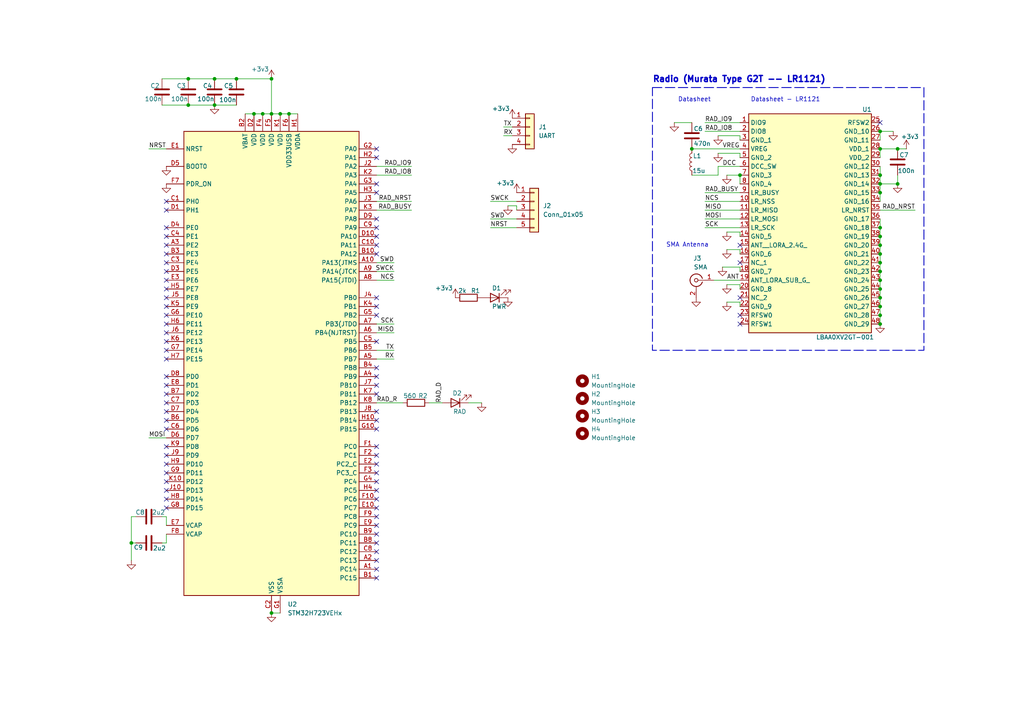
<source format=kicad_sch>
(kicad_sch (version 20250114) (generator "eeschema") (generator_version "9.0")
  (paper "A4")
  (lib_symbols
    (symbol "Connector:Conn_Coaxial" (pin_names (offset 1.016) (hide yes))
      (property "Reference" "J" (at 0.254 3.048 0))
      (property "Value" "Conn_Coaxial" (at 2.921 0 90))
      (symbol "Conn_Coaxial_0_1"
        (polyline (pts (xy -2.54 0) (xy -0.508 0)))
        (arc (start 1.778 0) (mid 0.222 -1.8079) (end -1.778 -0.508) (stroke (width 0.254)))
        (arc (start -1.778 0.508) (mid 0.2221 1.8084) (end 1.778 0) (stroke (width 0.254)))
        (circle (center 0 0) (radius 0.508) (stroke (width 0.2032)))
        (polyline (pts (xy 0 -2.54) (xy 0 -1.778)))
      )
      (symbol "Conn_Coaxial_1_1"
        (pin passive line (at -5.08 0 0) (length 2.54) (name "In") (number "1"))
        (pin passive line (at 0 -5.08 90) (length 2.54) (name "Ext") (number "2"))
      )
    )
    (symbol "Connector_Generic:Conn_01x04" (pin_names (offset 1.016) (hide yes))
      (property "Reference" "J" (at 0 5.08 0))
      (property "Value" "Conn_01x04" (at 0 -7.62 0))
      (symbol "Conn_01x04_1_1"
        (rectangle (start -1.27 3.81) (end 1.27 -6.35) (stroke (width 0.254)) (fill (type background)))
        (rectangle (start -1.27 2.667) (end 0 2.413) (stroke (width 0.1524)))
        (rectangle (start -1.27 0.127) (end 0 -0.127) (stroke (width 0.1524)))
        (rectangle (start -1.27 -2.413) (end 0 -2.667) (stroke (width 0.1524)))
        (rectangle (start -1.27 -4.953) (end 0 -5.207) (stroke (width 0.1524)))
        (pin passive line (at -5.08 2.54 0) (length 3.81) (name "Pin_1") (number "1"))
        (pin passive line (at -5.08 0 0) (length 3.81) (name "Pin_2") (number "2"))
        (pin passive line (at -5.08 -2.54 0) (length 3.81) (name "Pin_3") (number "3"))
        (pin passive line (at -5.08 -5.08 0) (length 3.81) (name "Pin_4") (number "4"))
      )
    )
    (symbol "Connector_Generic:Conn_01x05" (pin_names (offset 1.016) (hide yes))
      (property "Reference" "J" (at 0 7.62 0))
      (property "Value" "Conn_01x05" (at 0 -7.62 0))
      (symbol "Conn_01x05_1_1"
        (rectangle (start -1.27 6.35) (end 1.27 -6.35) (stroke (width 0.254)) (fill (type background)))
        (rectangle (start -1.27 5.207) (end 0 4.953) (stroke (width 0.1524)))
        (rectangle (start -1.27 2.667) (end 0 2.413) (stroke (width 0.1524)))
        (rectangle (start -1.27 0.127) (end 0 -0.127) (stroke (width 0.1524)))
        (rectangle (start -1.27 -2.413) (end 0 -2.667) (stroke (width 0.1524)))
        (rectangle (start -1.27 -4.953) (end 0 -5.207) (stroke (width 0.1524)))
        (pin passive line (at -5.08 5.08 0) (length 3.81) (name "Pin_1") (number "1"))
        (pin passive line (at -5.08 2.54 0) (length 3.81) (name "Pin_2") (number "2"))
        (pin passive line (at -5.08 0 0) (length 3.81) (name "Pin_3") (number "3"))
        (pin passive line (at -5.08 -2.54 0) (length 3.81) (name "Pin_4") (number "4"))
        (pin passive line (at -5.08 -5.08 0) (length 3.81) (name "Pin_5") (number "5"))
      )
    )
    (symbol "Device:C" (pin_numbers (hide yes)) (pin_names (offset 0.254))
      (property "Reference" "C" (at 0.635 2.54 0))
      (property "Value" "C" (at 0.635 -2.54 0))
      (symbol "C_0_1"
        (polyline (pts (xy -2.032 0.762) (xy 2.032 0.762)) (stroke (width 0.508)))
        (polyline (pts (xy -2.032 -0.762) (xy 2.032 -0.762)) (stroke (width 0.508)))
      )
      (symbol "C_1_1"
        (pin passive line (at 0 3.81 270) (length 2.794) (name "~") (number "1"))
        (pin passive line (at 0 -3.81 90) (length 2.794) (name "~") (number "2"))
      )
    )
    (symbol "Device:L" (pin_numbers (hide yes)) (pin_names (offset 1.016) (hide yes))
      (property "Reference" "L" (at -1.27 0 90))
      (property "Value" "L" (at 1.905 0 90))
      (symbol "L_0_1"
        (arc (start 0 2.54) (mid 0.6323 1.905) (end 0 1.27))
        (arc (start 0 1.27) (mid 0.6323 0.635) (end 0 0))
        (arc (start 0 0) (mid 0.6323 -0.635) (end 0 -1.27))
        (arc (start 0 -1.27) (mid 0.6323 -1.905) (end 0 -2.54))
      )
      (symbol "L_1_1"
        (pin passive line (at 0 3.81 270) (length 1.27) (name "1") (number "1"))
        (pin passive line (at 0 -3.81 90) (length 1.27) (name "2") (number "2"))
      )
    )
    (symbol "Device:LED" (pin_numbers (hide yes)) (pin_names (offset 1.016) (hide yes))
      (property "Reference" "D" (at 0 2.54 0))
      (property "Value" "LED" (at 0 -2.54 0))
      (symbol "LED_0_1"
        (polyline (pts (xy -3.048 -0.762) (xy -4.572 -2.286) (xy -3.81 -2.286) (xy -4.572 -2.286) (xy -4.572 -1.524)))
        (polyline (pts (xy -1.778 -0.762) (xy -3.302 -2.286) (xy -2.54 -2.286) (xy -3.302 -2.286) (xy -3.302 -1.524)))
        (polyline (pts (xy -1.27 0) (xy 1.27 0)))
        (polyline (pts (xy -1.27 -1.27) (xy -1.27 1.27)) (stroke (width 0.254)))
        (polyline (pts (xy 1.27 -1.27) (xy 1.27 1.27) (xy -1.27 0) (xy 1.27 -1.27)) (stroke (width 0.254)))
      )
      (symbol "LED_1_1"
        (pin passive line (at -3.81 0 0) (length 2.54) (name "K") (number "1"))
        (pin passive line (at 3.81 0 180) (length 2.54) (name "A") (number "2"))
      )
    )
    (symbol "Device:R" (pin_numbers (hide yes)) (pin_names (offset 0))
      (property "Reference" "R" (at 2.032 0 90))
      (property "Value" "R" (at 0 0 90))
      (symbol "R_0_1"
        (rectangle (start -1.016 -2.54) (end 1.016 2.54) (stroke (width 0.254)))
      )
      (symbol "R_1_1"
        (pin passive line (at 0 3.81 270) (length 1.27) (name "~") (number "1"))
        (pin passive line (at 0 -3.81 90) (length 1.27) (name "~") (number "2"))
      )
    )
    (symbol "LBAA0XV2GT-001:LBAA0XV2GT-001"
      (property "Reference" "U" (at 41.91 7.62 0))
      (property "Value" "LBAA0XV2GT-001" (at 39.37 5.08 0))
      (symbol "LBAA0XV2GT-001_1_1"
        (rectangle (start 5.08 2.54) (end 40.64 -60.96) (stroke (width 0.254)) (fill (type background)))
        (pin passive line (at 2.54 0 0) (length 2.54) (name "DIO9") (number "1"))
        (pin passive line (at 2.54 -2.54 0) (length 2.54) (name "DIO8") (number "2"))
        (pin passive line (at 2.54 -5.08 0) (length 2.54) (name "GND_1") (number "3"))
        (pin passive line (at 2.54 -7.62 0) (length 2.54) (name "VREG") (number "4"))
        (pin passive line (at 2.54 -10.16 0) (length 2.54) (name "GND_2") (number "5"))
        (pin passive line (at 2.54 -12.7 0) (length 2.54) (name "DCC_SW") (number "6"))
        (pin passive line (at 2.54 -15.24 0) (length 2.54) (name "GND_3") (number "7"))
        (pin passive line (at 2.54 -17.78 0) (length 2.54) (name "GND_4") (number "8"))
        (pin passive line (at 2.54 -20.32 0) (length 2.54) (name "LR_BUSY") (number "9"))
        (pin passive line (at 2.54 -22.86 0) (length 2.54) (name "LR_NSS") (number "10"))
        (pin passive line (at 2.54 -25.4 0) (length 2.54) (name "LR_MISO") (number "11"))
        (pin passive line (at 2.54 -27.94 0) (length 2.54) (name "LR_MOSI") (number "12"))
        (pin passive line (at 2.54 -30.48 0) (length 2.54) (name "LR_SCK") (number "13"))
        (pin passive line (at 2.54 -33.02 0) (length 2.54) (name "GND_5") (number "14"))
        (pin passive line (at 2.54 -35.56 0) (length 2.54) (name "ANT__LORA_2.4G_") (number "15"))
        (pin passive line (at 2.54 -38.1 0) (length 2.54) (name "GND_6") (number "16"))
        (pin passive line (at 2.54 -40.64 0) (length 2.54) (name "NC_1") (number "17"))
        (pin passive line (at 2.54 -43.18 0) (length 2.54) (name "GND_7") (number "18"))
        (pin passive line (at 2.54 -45.72 0) (length 2.54) (name "ANT_LORA_SUB_G_") (number "19"))
        (pin passive line (at 2.54 -48.26 0) (length 2.54) (name "GND_8") (number "20"))
        (pin passive line (at 2.54 -50.8 0) (length 2.54) (name "NC_2") (number "21"))
        (pin passive line (at 2.54 -53.34 0) (length 2.54) (name "GND_9") (number "22"))
        (pin passive line (at 2.54 -55.88 0) (length 2.54) (name "RFSW0") (number "23"))
        (pin passive line (at 2.54 -58.42 0) (length 2.54) (name "RFSW1") (number "24"))
        (pin passive line (at 43.18 0 180) (length 2.54) (name "RFSW2") (number "25"))
        (pin passive line (at 43.18 -2.54 180) (length 2.54) (name "GND_10") (number "26"))
        (pin passive line (at 43.18 -5.08 180) (length 2.54) (name "GND_11") (number "27"))
        (pin passive line (at 43.18 -7.62 180) (length 2.54) (name "VDD_1") (number "28"))
        (pin passive line (at 43.18 -10.16 180) (length 2.54) (name "VDD_2") (number "29"))
        (pin passive line (at 43.18 -12.7 180) (length 2.54) (name "GND_12") (number "30"))
        (pin passive line (at 43.18 -15.24 180) (length 2.54) (name "GND_13") (number "31"))
        (pin passive line (at 43.18 -17.78 180) (length 2.54) (name "GND_14") (number "32"))
        (pin passive line (at 43.18 -20.32 180) (length 2.54) (name "GND_15") (number "33"))
        (pin passive line (at 43.18 -22.86 180) (length 2.54) (name "GND_16") (number "34"))
        (pin passive line (at 43.18 -25.4 180) (length 2.54) (name "LR_NRST") (number "35"))
        (pin passive line (at 43.18 -27.94 180) (length 2.54) (name "GND_17") (number "36"))
        (pin passive line (at 43.18 -30.48 180) (length 2.54) (name "GND_18") (number "37"))
        (pin passive line (at 43.18 -33.02 180) (length 2.54) (name "GND_19") (number "38"))
        (pin passive line (at 43.18 -35.56 180) (length 2.54) (name "GND_20") (number "39"))
        (pin passive line (at 43.18 -38.1 180) (length 2.54) (name "GND_21") (number "40"))
        (pin passive line (at 43.18 -40.64 180) (length 2.54) (name "GND_22") (number "41"))
        (pin passive line (at 43.18 -43.18 180) (length 2.54) (name "GND_23") (number "42"))
        (pin passive line (at 43.18 -45.72 180) (length 2.54) (name "GND_24") (number "43"))
        (pin passive line (at 43.18 -48.26 180) (length 2.54) (name "GND_25") (number "44"))
        (pin passive line (at 43.18 -50.8 180) (length 2.54) (name "GND_26") (number "45"))
        (pin passive line (at 43.18 -53.34 180) (length 2.54) (name "GND_27") (number "46"))
        (pin passive line (at 43.18 -55.88 180) (length 2.54) (name "GND_28") (number "47"))
        (pin passive line (at 43.18 -58.42 180) (length 2.54) (name "GND_29") (number "48"))
      )
    )
    (symbol "MCU_ST_STM32H7:STM32H723VEHx"
      (property "Reference" "U" (at -25.4 69.85 0))
      (property "Value" "STM32H723VEHx" (at 10.16 69.85 0))
      (symbol "STM32H723VEHx_0_1"
        (rectangle (start -25.4 -66.04) (end 25.4 68.58) (stroke (width 0.254)) (fill (type background)))
      )
      (symbol "STM32H723VEHx_1_1"
        (pin input line (at -30.48 63.5 0) (length 5.08) (name "NRST") (number "E1"))
        (pin input line (at -30.48 58.42 0) (length 5.08) (name "BOOT0") (number "D5"))
        (pin input line (at -30.48 53.34 0) (length 5.08) (name "PDR_ON") (number "F7"))
        (pin bidirectional line (at -30.48 48.26 0) (length 5.08) (name "PH0") (number "C1"))
        (pin bidirectional line (at -30.48 45.72 0) (length 5.08) (name "PH1") (number "D1"))
        (pin bidirectional line (at -30.48 40.64 0) (length 5.08) (name "PE0") (number "D4"))
        (pin bidirectional line (at -30.48 38.1 0) (length 5.08) (name "PE1") (number "C4"))
        (pin bidirectional line (at -30.48 35.56 0) (length 5.08) (name "PE2") (number "A3"))
        (pin bidirectional line (at -30.48 33.02 0) (length 5.08) (name "PE3") (number "B3"))
        (pin bidirectional line (at -30.48 30.48 0) (length 5.08) (name "PE4") (number "C3"))
        (pin bidirectional line (at -30.48 27.94 0) (length 5.08) (name "PE5") (number "D3"))
        (pin bidirectional line (at -30.48 25.4 0) (length 5.08) (name "PE6") (number "E3"))
        (pin bidirectional line (at -30.48 22.86 0) (length 5.08) (name "PE7") (number "H5"))
        (pin bidirectional line (at -30.48 20.32 0) (length 5.08) (name "PE8") (number "J5"))
        (pin bidirectional line (at -30.48 17.78 0) (length 5.08) (name "PE9") (number "K5"))
        (pin bidirectional line (at -30.48 15.24 0) (length 5.08) (name "PE10") (number "G6"))
        (pin bidirectional line (at -30.48 12.7 0) (length 5.08) (name "PE11") (number "H6"))
        (pin bidirectional line (at -30.48 10.16 0) (length 5.08) (name "PE12") (number "J6"))
        (pin bidirectional line (at -30.48 7.62 0) (length 5.08) (name "PE13") (number "K6"))
        (pin bidirectional line (at -30.48 5.08 0) (length 5.08) (name "PE14") (number "G7"))
        (pin bidirectional line (at -30.48 2.54 0) (length 5.08) (name "PE15") (number "H7"))
        (pin bidirectional line (at -30.48 -2.54 0) (length 5.08) (name "PD0") (number "D8"))
        (pin bidirectional line (at -30.48 -5.08 0) (length 5.08) (name "PD1") (number "E8"))
        (pin bidirectional line (at -30.48 -7.62 0) (length 5.08) (name "PD2") (number "B7"))
        (pin bidirectional line (at -30.48 -10.16 0) (length 5.08) (name "PD3") (number "C7"))
        (pin bidirectional line (at -30.48 -12.7 0) (length 5.08) (name "PD4") (number "D7"))
        (pin bidirectional line (at -30.48 -15.24 0) (length 5.08) (name "PD5") (number "B6"))
        (pin bidirectional line (at -30.48 -17.78 0) (length 5.08) (name "PD6") (number "C6"))
        (pin bidirectional line (at -30.48 -20.32 0) (length 5.08) (name "PD7") (number "D6"))
        (pin bidirectional line (at -30.48 -22.86 0) (length 5.08) (name "PD8") (number "K9"))
        (pin bidirectional line (at -30.48 -25.4 0) (length 5.08) (name "PD9") (number "J9"))
        (pin bidirectional line (at -30.48 -27.94 0) (length 5.08) (name "PD10") (number "H9"))
        (pin bidirectional line (at -30.48 -30.48 0) (length 5.08) (name "PD11") (number "G9"))
        (pin bidirectional line (at -30.48 -33.02 0) (length 5.08) (name "PD12") (number "K10"))
        (pin bidirectional line (at -30.48 -35.56 0) (length 5.08) (name "PD13") (number "J10"))
        (pin bidirectional line (at -30.48 -38.1 0) (length 5.08) (name "PD14") (number "H8"))
        (pin bidirectional line (at -30.48 -40.64 0) (length 5.08) (name "PD15") (number "G8"))
        (pin power_out line (at -30.48 -45.72 0) (length 5.08) (name "VCAP") (number "E7"))
        (pin power_out line (at -30.48 -48.26 0) (length 5.08) (name "VCAP") (number "F8"))
        (pin power_in line (at -7.62 73.66 270) (length 5.08) (name "VBAT") (number "B2"))
        (pin power_in line (at -5.08 73.66 270) (length 5.08) (name "VDD") (number "D2"))
        (pin power_in line (at -2.54 73.66 270) (length 5.08) (name "VDD") (number "F4"))
        (pin power_in line (at 0 73.66 270) (length 5.08) (name "VDD") (number "F5"))
        (pin power_in line (at 0 -71.12 90) (length 5.08) (name "VSS") (number "C2"))
        (pin passive line (at 0 -71.12 90) (length 5.08) (hide yes) (name "VSS") (number "E4"))
        (pin passive line (at 0 -71.12 90) (length 5.08) (hide yes) (name "VSS") (number "E5"))
        (pin passive line (at 0 -71.12 90) (length 5.08) (hide yes) (name "VSS") (number "E6"))
        (pin passive line (at 0 -71.12 90) (length 5.08) (hide yes) (name "VSS") (number "J1"))
        (pin power_in line (at 2.54 73.66 270) (length 5.08) (name "VDD") (number "K1"))
        (pin power_in line (at 2.54 -71.12 90) (length 5.08) (name "VSSA") (number "G1"))
        (pin power_in line (at 5.08 73.66 270) (length 5.08) (name "VDD33USB") (number "F6"))
        (pin power_in line (at 7.62 73.66 270) (length 5.08) (name "VDDA") (number "H1"))
        (pin bidirectional line (at 30.48 63.5 180) (length 5.08) (name "PA0") (number "G2"))
        (pin bidirectional line (at 30.48 60.96 180) (length 5.08) (name "PA1") (number "H2"))
        (pin bidirectional line (at 30.48 58.42 180) (length 5.08) (name "PA2") (number "J2"))
        (pin bidirectional line (at 30.48 55.88 180) (length 5.08) (name "PA3") (number "K2"))
        (pin bidirectional line (at 30.48 53.34 180) (length 5.08) (name "PA4") (number "G3"))
        (pin bidirectional line (at 30.48 50.8 180) (length 5.08) (name "PA5") (number "H3"))
        (pin bidirectional line (at 30.48 48.26 180) (length 5.08) (name "PA6") (number "J3"))
        (pin bidirectional line (at 30.48 45.72 180) (length 5.08) (name "PA7") (number "K3"))
        (pin bidirectional line (at 30.48 43.18 180) (length 5.08) (name "PA8") (number "D9"))
        (pin bidirectional line (at 30.48 40.64 180) (length 5.08) (name "PA9") (number "C9"))
        (pin bidirectional line (at 30.48 38.1 180) (length 5.08) (name "PA10") (number "D10"))
        (pin bidirectional line (at 30.48 35.56 180) (length 5.08) (name "PA11") (number "C10"))
        (pin bidirectional line (at 30.48 33.02 180) (length 5.08) (name "PA12") (number "B10"))
        (pin bidirectional line (at 30.48 30.48 180) (length 5.08) (name "PA13(JTMS") (number "A10"))
        (pin bidirectional line (at 30.48 27.94 180) (length 5.08) (name "PA14(JTCK") (number "A9"))
        (pin bidirectional line (at 30.48 25.4 180) (length 5.08) (name "PA15(JTDI)") (number "A8"))
        (pin bidirectional line (at 30.48 20.32 180) (length 5.08) (name "PB0") (number "J4"))
        (pin bidirectional line (at 30.48 17.78 180) (length 5.08) (name "PB1") (number "K4"))
        (pin bidirectional line (at 30.48 15.24 180) (length 5.08) (name "PB2") (number "G5"))
        (pin bidirectional line (at 30.48 12.7 180) (length 5.08) (name "PB3(JTDO") (number "A7"))
        (pin bidirectional line (at 30.48 10.16 180) (length 5.08) (name "PB4(NJTRST)") (number "A6"))
        (pin bidirectional line (at 30.48 7.62 180) (length 5.08) (name "PB5") (number "C5"))
        (pin bidirectional line (at 30.48 5.08 180) (length 5.08) (name "PB6") (number "B5"))
        (pin bidirectional line (at 30.48 2.54 180) (length 5.08) (name "PB7") (number "A5"))
        (pin bidirectional line (at 30.48 0 180) (length 5.08) (name "PB8") (number "B4"))
        (pin bidirectional line (at 30.48 -2.54 180) (length 5.08) (name "PB9") (number "A4"))
        (pin bidirectional line (at 30.48 -5.08 180) (length 5.08) (name "PB10") (number "J7"))
        (pin bidirectional line (at 30.48 -7.62 180) (length 5.08) (name "PB11") (number "K7"))
        (pin bidirectional line (at 30.48 -10.16 180) (length 5.08) (name "PB12") (number "K8"))
        (pin bidirectional line (at 30.48 -12.7 180) (length 5.08) (name "PB13") (number "J8"))
        (pin bidirectional line (at 30.48 -15.24 180) (length 5.08) (name "PB14") (number "H10"))
        (pin bidirectional line (at 30.48 -17.78 180) (length 5.08) (name "PB15") (number "G10"))
        (pin bidirectional line (at 30.48 -22.86 180) (length 5.08) (name "PC0") (number "F1"))
        (pin bidirectional line (at 30.48 -25.4 180) (length 5.08) (name "PC1") (number "F2"))
        (pin bidirectional line (at 30.48 -27.94 180) (length 5.08) (name "PC2_C") (number "E2"))
        (pin bidirectional line (at 30.48 -30.48 180) (length 5.08) (name "PC3_C") (number "F3"))
        (pin bidirectional line (at 30.48 -33.02 180) (length 5.08) (name "PC4") (number "G4"))
        (pin bidirectional line (at 30.48 -35.56 180) (length 5.08) (name "PC5") (number "H4"))
        (pin bidirectional line (at 30.48 -38.1 180) (length 5.08) (name "PC6") (number "F10"))
        (pin bidirectional line (at 30.48 -40.64 180) (length 5.08) (name "PC7") (number "E10"))
        (pin bidirectional line (at 30.48 -43.18 180) (length 5.08) (name "PC8") (number "F9"))
        (pin bidirectional line (at 30.48 -45.72 180) (length 5.08) (name "PC9") (number "E9"))
        (pin bidirectional line (at 30.48 -48.26 180) (length 5.08) (name "PC10") (number "B9"))
        (pin bidirectional line (at 30.48 -50.8 180) (length 5.08) (name "PC11") (number "B8"))
        (pin bidirectional line (at 30.48 -53.34 180) (length 5.08) (name "PC12") (number "C8"))
        (pin bidirectional line (at 30.48 -55.88 180) (length 5.08) (name "PC13") (number "A2"))
        (pin bidirectional line (at 30.48 -58.42 180) (length 5.08) (name "PC14") (number "A1"))
        (pin bidirectional line (at 30.48 -60.96 180) (length 5.08) (name "PC15") (number "B1"))
      )
    )
    (symbol "Mechanical:MountingHole" (pin_names (offset 1.016)) (in_bom no)
      (property "Reference" "H" (at 0 5.08 0))
      (property "Value" "MountingHole" (at 0 3.175 0))
      (symbol "MountingHole_0_1"
        (circle (center 0 0) (radius 1.27) (stroke (width 1.27)))
      )
    )
    (symbol "power:+3V3" (power) (pin_numbers (hide yes)) (pin_names (offset 0) (hide yes))
      (property "Value" "+3V3" (at 0 3.556 0))
      (symbol "+3V3_0_1"
        (polyline (pts (xy -0.762 1.27) (xy 0 2.54)))
        (polyline (pts (xy 0 2.54) (xy 0.762 1.27)))
        (polyline (pts (xy 0 0) (xy 0 2.54)))
      )
      (symbol "+3V3_1_1"
        (pin power_in line (at 0 0 90) (length 0) (name "~") (number "1"))
      )
    )
    (symbol "power:GND" (power) (pin_numbers (hide yes)) (pin_names (offset 0) (hide yes))
      (property "Value" "GND" (at 0 -3.81 0))
      (symbol "GND_0_1"
        (polyline (pts (xy 0 0) (xy 0 -1.27) (xy 1.27 -1.27) (xy 0 -2.54) (xy -1.27 -1.27) (xy 0 -1.27)))
      )
      (symbol "GND_1_1"
        (pin power_in line (at 0 0 270) (length 0) (name "~") (number "1"))
      )
    )
  )
  (rectangle (start 189.23 25.4) (end 267.97 101.6) (stroke (width 0.25) (type dash)))
  (text "Datasheet" (at 201.422 28.956 0) (effects (font (size 1.27 1.27))))
  (text "Radio (Murata Type G2T -- LR1121)" (at 189.23 24.13 0) (effects (font (size 1.75 1.75) (thickness 0.4) (bold yes)) (justify left bottom)))
  (text "Datasheet - LR1121" (at 227.838 28.956 0) (effects (font (size 1.27 1.27))))
  (text "SMA Antenna\n" (at 199.39 71.12 0) (effects (font (size 1.27 1.27))))
  (junction (at 62.23 22.86))
  (junction (at 214.63 50.8))
  (junction (at 54.61 30.48))
  (junction (at 255.27 66.04))
  (junction (at 78.74 33.02))
  (junction (at 78.74 177.8))
  (junction (at 38.1 157.48))
  (junction (at 255.27 38.1))
  (junction (at 68.58 22.86))
  (junction (at 255.27 91.44))
  (junction (at 200.66 43.18))
  (junction (at 78.74 22.86))
  (junction (at 255.27 83.82))
  (junction (at 81.28 33.02))
  (junction (at 255.27 73.66))
  (junction (at 255.27 55.88))
  (junction (at 83.82 33.02))
  (junction (at 76.2 33.02))
  (junction (at 62.23 30.48))
  (junction (at 255.27 86.36))
  (junction (at 255.27 43.18))
  (junction (at 260.35 43.18))
  (junction (at 255.27 78.74))
  (junction (at 255.27 81.28))
  (junction (at 255.27 68.58))
  (junction (at 260.35 53.34))
  (junction (at 255.27 71.12))
  (junction (at 255.27 88.9))
  (junction (at 255.27 93.98))
  (junction (at 54.61 22.86))
  (junction (at 255.27 50.8))
  (junction (at 73.66 33.02))
  (junction (at 255.27 76.2))
  (junction (at 255.27 53.34))
  (no_connect (at 48.26 91.44))
  (no_connect (at 48.26 116.84))
  (no_connect (at 214.63 71.12))
  (no_connect (at 109.22 144.78))
  (no_connect (at 48.26 137.16))
  (no_connect (at 109.22 91.44))
  (no_connect (at 109.22 165.1))
  (no_connect (at 48.26 73.66))
  (no_connect (at 109.22 63.5))
  (no_connect (at 48.26 134.62))
  (no_connect (at 109.22 162.56))
  (no_connect (at 109.22 99.06))
  (no_connect (at 214.63 93.98))
  (no_connect (at 48.26 132.08))
  (no_connect (at 109.22 147.32))
  (no_connect (at 109.22 119.38))
  (no_connect (at 109.22 109.22))
  (no_connect (at 48.26 88.9))
  (no_connect (at 48.26 81.28))
  (no_connect (at 48.26 147.32))
  (no_connect (at 109.22 160.02))
  (no_connect (at 214.63 91.44))
  (no_connect (at 109.22 157.48))
  (no_connect (at 48.26 139.7))
  (no_connect (at 109.22 114.3))
  (no_connect (at 214.63 86.36))
  (no_connect (at 109.22 66.04))
  (no_connect (at 109.22 68.58))
  (no_connect (at 48.26 99.06))
  (no_connect (at 109.22 106.68))
  (no_connect (at 48.26 86.36))
  (no_connect (at 48.26 68.58))
  (no_connect (at 109.22 167.64))
  (no_connect (at 48.26 124.46))
  (no_connect (at 48.26 109.22))
  (no_connect (at 109.22 142.24))
  (no_connect (at 48.26 101.6))
  (no_connect (at 48.26 58.42))
  (no_connect (at 48.26 83.82))
  (no_connect (at 48.26 114.3))
  (no_connect (at 109.22 134.62))
  (no_connect (at 109.22 132.08))
  (no_connect (at 109.22 45.72))
  (no_connect (at 109.22 154.94))
  (no_connect (at 109.22 149.86))
  (no_connect (at 109.22 88.9))
  (no_connect (at 109.22 55.88))
  (no_connect (at 109.22 43.18))
  (no_connect (at 48.26 142.24))
  (no_connect (at 48.26 129.54))
  (no_connect (at 255.27 35.56))
  (no_connect (at 48.26 121.92))
  (no_connect (at 48.26 93.98))
  (no_connect (at 109.22 129.54))
  (no_connect (at 109.22 73.66))
  (no_connect (at 48.26 144.78))
  (no_connect (at 48.26 111.76))
  (no_connect (at 48.26 66.04))
  (no_connect (at 109.22 71.12))
  (no_connect (at 109.22 53.34))
  (no_connect (at 109.22 86.36))
  (no_connect (at 109.22 139.7))
  (no_connect (at 109.22 111.76))
  (no_connect (at 48.26 76.2))
  (no_connect (at 48.26 78.74))
  (no_connect (at 109.22 124.46))
  (no_connect (at 48.26 119.38))
  (no_connect (at 48.26 96.52))
  (no_connect (at 48.26 71.12))
  (no_connect (at 48.26 60.96))
  (no_connect (at 214.63 76.2))
  (no_connect (at 109.22 121.92))
  (no_connect (at 109.22 152.4))
  (no_connect (at 109.22 137.16))
  (no_connect (at 48.26 104.14))
  (wire (pts (xy 38.1 162.56) (xy 38.1 157.48)))
  (wire (pts (xy 135.89 116.84) (xy 139.7 116.84)))
  (wire (pts (xy 255.27 83.82) (xy 255.27 86.36)))
  (wire (pts (xy 114.3 104.14) (xy 109.22 104.14)))
  (wire (pts (xy 73.66 33.02) (xy 76.2 33.02)))
  (wire (pts (xy 124.46 116.84) (xy 128.27 116.84)))
  (wire (pts (xy 48.26 157.48) (xy 48.26 154.94)))
  (wire (pts (xy 214.63 67.31) (xy 214.63 68.58)))
  (wire (pts (xy 255.27 68.58) (xy 255.27 71.12)))
  (wire (pts (xy 46.99 30.48) (xy 54.61 30.48)))
  (wire (pts (xy 48.26 149.86) (xy 46.99 149.86)))
  (wire (pts (xy 46.99 22.86) (xy 54.61 22.86)))
  (wire (pts (xy 204.47 60.96) (xy 214.63 60.96)))
  (wire (pts (xy 214.63 72.39) (xy 214.63 73.66)))
  (wire (pts (xy 109.22 116.84) (xy 116.84 116.84)))
  (wire (pts (xy 208.28 48.26) (xy 208.28 50.8)))
  (wire (pts (xy 255.27 76.2) (xy 255.27 78.74)))
  (wire (pts (xy 38.1 149.86) (xy 38.1 157.48)))
  (wire (pts (xy 146.05 39.37) (xy 148.59 39.37)))
  (wire (pts (xy 255.27 91.44) (xy 255.27 93.98)))
  (wire (pts (xy 78.74 33.02) (xy 81.28 33.02)))
  (wire (pts (xy 68.58 22.86) (xy 78.74 22.86)))
  (wire (pts (xy 255.27 55.88) (xy 255.27 58.42)))
  (wire (pts (xy 119.38 60.96) (xy 109.22 60.96)))
  (wire (pts (xy 210.82 67.31) (xy 214.63 67.31)))
  (wire (pts (xy 114.3 78.74) (xy 109.22 78.74)))
  (wire (pts (xy 43.18 43.18) (xy 48.26 43.18)))
  (wire (pts (xy 255.27 50.8) (xy 255.27 53.34)))
  (wire (pts (xy 255.27 60.96) (xy 265.43 60.96)))
  (wire (pts (xy 142.24 63.5) (xy 149.86 63.5)))
  (wire (pts (xy 46.99 157.48) (xy 48.26 157.48)))
  (wire (pts (xy 204.47 63.5) (xy 214.63 63.5)))
  (wire (pts (xy 255.27 73.66) (xy 255.27 76.2)))
  (wire (pts (xy 48.26 152.4) (xy 48.26 149.86)))
  (wire (pts (xy 255.27 48.26) (xy 255.27 50.8)))
  (wire (pts (xy 214.63 44.45) (xy 214.63 45.72)))
  (wire (pts (xy 109.22 93.98) (xy 114.3 93.98)))
  (wire (pts (xy 260.35 50.8) (xy 260.35 53.34)))
  (wire (pts (xy 214.63 39.37) (xy 214.63 40.64)))
  (wire (pts (xy 119.38 58.42) (xy 109.22 58.42)))
  (wire (pts (xy 149.86 59.69) (xy 149.86 60.96)))
  (wire (pts (xy 200.66 35.56) (xy 195.58 35.56)))
  (wire (pts (xy 200.66 43.18) (xy 214.63 43.18)))
  (wire (pts (xy 54.61 30.48) (xy 62.23 30.48)))
  (wire (pts (xy 207.01 81.28) (xy 214.63 81.28)))
  (wire (pts (xy 109.22 81.28) (xy 114.3 81.28)))
  (wire (pts (xy 255.27 43.18) (xy 255.27 45.72)))
  (wire (pts (xy 208.28 44.45) (xy 214.63 44.45)))
  (wire (pts (xy 114.3 101.6) (xy 109.22 101.6)))
  (wire (pts (xy 204.47 38.1) (xy 214.63 38.1)))
  (wire (pts (xy 78.74 177.8) (xy 81.28 177.8)))
  (wire (pts (xy 204.47 66.04) (xy 214.63 66.04)))
  (wire (pts (xy 38.1 149.86) (xy 39.37 149.86)))
  (wire (pts (xy 255.27 38.1) (xy 255.27 40.64)))
  (wire (pts (xy 210.82 82.55) (xy 214.63 82.55)))
  (wire (pts (xy 81.28 33.02) (xy 83.82 33.02)))
  (wire (pts (xy 119.38 48.26) (xy 109.22 48.26)))
  (wire (pts (xy 76.2 33.02) (xy 78.74 33.02)))
  (wire (pts (xy 214.63 87.63) (xy 214.63 88.9)))
  (wire (pts (xy 204.47 58.42) (xy 214.63 58.42)))
  (wire (pts (xy 255.27 53.34) (xy 255.27 55.88)))
  (wire (pts (xy 255.27 81.28) (xy 255.27 83.82)))
  (wire (pts (xy 260.35 43.18) (xy 262.89 43.18)))
  (wire (pts (xy 71.12 33.02) (xy 73.66 33.02)))
  (wire (pts (xy 119.38 50.8) (xy 109.22 50.8)))
  (wire (pts (xy 142.24 66.04) (xy 149.86 66.04)))
  (wire (pts (xy 214.63 82.55) (xy 214.63 83.82)))
  (wire (pts (xy 83.82 33.02) (xy 86.36 33.02)))
  (wire (pts (xy 214.63 77.47) (xy 214.63 78.74)))
  (wire (pts (xy 255.27 66.04) (xy 255.27 68.58)))
  (wire (pts (xy 210.82 87.63) (xy 214.63 87.63)))
  (wire (pts (xy 255.27 71.12) (xy 255.27 73.66)))
  (wire (pts (xy 255.27 63.5) (xy 255.27 66.04)))
  (wire (pts (xy 43.18 127) (xy 48.26 127)))
  (wire (pts (xy 147.32 59.69) (xy 149.86 59.69)))
  (wire (pts (xy 146.05 36.83) (xy 148.59 36.83)))
  (wire (pts (xy 210.82 50.8) (xy 214.63 50.8)))
  (wire (pts (xy 204.47 55.88) (xy 214.63 55.88)))
  (wire (pts (xy 200.66 50.8) (xy 208.28 50.8)))
  (wire (pts (xy 255.27 86.36) (xy 255.27 88.9)))
  (wire (pts (xy 255.27 53.34) (xy 260.35 53.34)))
  (wire (pts (xy 214.63 50.8) (xy 214.63 53.34)))
  (wire (pts (xy 114.3 76.2) (xy 109.22 76.2)))
  (wire (pts (xy 78.74 22.86) (xy 78.74 33.02)))
  (wire (pts (xy 255.27 78.74) (xy 255.27 81.28)))
  (wire (pts (xy 209.55 77.47) (xy 214.63 77.47)))
  (wire (pts (xy 109.22 96.52) (xy 114.3 96.52)))
  (wire (pts (xy 255.27 38.1) (xy 259.08 38.1)))
  (wire (pts (xy 255.27 88.9) (xy 255.27 91.44)))
  (wire (pts (xy 208.28 39.37) (xy 214.63 39.37)))
  (wire (pts (xy 214.63 48.26) (xy 208.28 48.26)))
  (wire (pts (xy 210.82 72.39) (xy 214.63 72.39)))
  (wire (pts (xy 62.23 30.48) (xy 68.58 30.48)))
  (wire (pts (xy 255.27 43.18) (xy 260.35 43.18)))
  (wire (pts (xy 38.1 157.48) (xy 39.37 157.48)))
  (wire (pts (xy 54.61 22.86) (xy 62.23 22.86)))
  (wire (pts (xy 62.23 22.86) (xy 68.58 22.86)))
  (wire (pts (xy 204.47 35.56) (xy 214.63 35.56)))
  (wire (pts (xy 142.24 58.42) (xy 149.86 58.42)))
  (label "RAD_IO8" (at 204.47 38.1 0))
  (label "MISO" (at 204.47 60.96 0))
  (label "TX" (at 114.3 101.6 180))
  (label "RAD_D" (at 128.27 116.84 90))
  (label "NCS" (at 204.47 58.42 0))
  (label "MOSI" (at 204.47 63.5 0))
  (label "RX" (at 146.05 39.37 0))
  (label "RAD_NRST" (at 119.38 58.42 180))
  (label "RAD_BUSY" (at 119.38 60.96 180))
  (label "MISO" (at 114.3 96.52 180))
  (label "RAD_IO9" (at 204.47 35.56 0))
  (label "RAD_IO8" (at 119.38 50.8 180))
  (label "RAD_R" (at 109.22 116.84 0))
  (label "SWCK" (at 114.3 78.74 180))
  (label "SCK" (at 114.3 93.98 180))
  (label "RX" (at 114.3 104.14 180))
  (label "VREG" (at 209.55 43.18 0))
  (label "NRST" (at 43.18 43.18 0))
  (label "DCC" (at 209.55 48.26 0))
  (label "NRST" (at 142.24 66.04 0))
  (label "RAD_IO9" (at 119.38 48.26 180))
  (label "MOSI" (at 43.18 127 0))
  (label "ANT" (at 210.82 81.28 0))
  (label "SWD" (at 114.3 76.2 180))
  (label "SCK" (at 204.47 66.04 0))
  (label "NCS" (at 114.3 81.28 180))
  (label "RAD_BUSY" (at 204.47 55.88 0))
  (label "SWCK" (at 142.24 58.42 0))
  (label "SWD" (at 142.24 63.5 0))
  (label "RAD_NRST" (at 265.43 60.96 180))
  (label "TX" (at 146.05 36.83 0))
  (symbol (lib_id "power:GND") (at 208.28 39.37 0) (unit 1)
    (property "Reference" "#PWR06" (effects (hide yes)))
    (property "Value" "GND" (effects (hide yes)))
    (property "Description" "Power symbol creates a global label with name \"GND\" , ground" (effects (hide yes)))
  )
  (symbol (lib_id "power:GND") (at 209.55 77.47 0) (unit 1)
    (property "Reference" "#PWR018" (effects (hide yes)))
    (property "Value" "GND" (effects (hide yes)))
    (property "Description" "Power symbol creates a global label with name \"GND\" , ground" (effects (hide yes)))
  )
  (symbol (lib_id "LBAA0XV2GT-001:LBAA0XV2GT-001") (at 212.09 35.56 0) (unit 1)
    (property "Reference" "U1" (at 251.46 31.75 0))
    (property "Value" "LBAA0XV2GT-001" (at 245.11 97.79 0))
    (property "Footprint" "Murata Radio:LBAA0XV2GT001" (effects (hide yes)))
    (property "Datasheet" "https://www.murata.com/-/media/webrenewal/products/connectivitymodule/lpwa/overview/lineup/pdf/type2gt.ashx?la=en-sg&cvid=20240605010000000000" (effects (hide yes)))
    (property "Description" "General ISM < 1GHz LoRa Transceiver Module 860MHz ~ 930MHz, 860MHz ~ 2.1GHz, 860MHz ~ 2.4GHz Antenna Not Included Surface Mount" (effects (hide yes)))
    (property "Height" "1.74" (effects (hide yes)))
    (property "Manufacturer_Name" "Murata Electronics" (effects (hide yes)))
    (property "Manufacturer_Part_Number" "LBAA0XV2GT-001" (effects (hide yes)))
  )
  (symbol (lib_id "Device:C") (at 68.58 26.67 0) (unit 1)
    (property "Reference" "C5" (at 66.294 24.892 0))
    (property "Value" "100n" (at 66.04 28.956 0))
    (property "Footprint" "Capacitor_SMD:C_0603_1608Metric" (effects (hide yes)))
    (property "Description" "Unpolarized capacitor" (effects (hide yes)))
  )
  (symbol (lib_id "power:GND") (at 48.26 53.34 0) (unit 1)
    (property "Reference" "#PWR012" (effects (hide yes)))
    (property "Value" "GND" (effects (hide yes)))
    (property "Description" "Power symbol creates a global label with name \"GND\" , ground" (effects (hide yes)))
  )
  (symbol (lib_id "power:GND") (at 62.23 30.48 0) (unit 1)
    (property "Reference" "#PWR02" (effects (hide yes)))
    (property "Value" "GND" (effects (hide yes)))
    (property "Description" "Power symbol creates a global label with name \"GND\" , ground" (effects (hide yes)))
  )
  (symbol (lib_id "power:GND") (at 38.1 162.56 0) (unit 1)
    (property "Reference" "#PWR026" (effects (hide yes)))
    (property "Value" "GND" (effects (hide yes)))
    (property "Description" "Power symbol creates a global label with name \"GND\" , ground" (effects (hide yes)))
  )
  (symbol (lib_id "Connector_Generic:Conn_01x04") (at 153.67 36.83 0) (unit 1)
    (property "Reference" "J1" (at 156.21 36.8299 0) (effects (justify left)))
    (property "Value" "UART" (at 156.21 39.3699 0) (effects (justify left)))
    (property "Footprint" "Connector_JST:JST_XH_B4B-XH-A_1x04_P2.50mm_Vertical" (effects (hide yes)))
    (property "Description" "Generic connector, single row, 01x04, script generated (kicad-library-utils/schlib/autogen/connector/)" (effects (hide yes)))
  )
  (symbol (lib_id "power:GND") (at 208.28 44.45 0) (unit 1)
    (property "Reference" "#PWR09" (effects (hide yes)))
    (property "Value" "GND" (effects (hide yes)))
    (property "Description" "Power symbol creates a global label with name \"GND\" , ground" (effects (hide yes)))
  )
  (symbol (lib_id "Mechanical:MountingHole") (at 168.91 125.73 0) (unit 1) (in_bom no)
    (property "Reference" "H4" (at 171.45 124.4599 0) (effects (justify left)))
    (property "Value" "MountingHole" (at 171.45 126.9999 0) (effects (justify left)))
    (property "Footprint" "MountingHole:MountingHole_3.2mm_M3" (effects (hide yes)))
    (property "Description" "Mounting Hole without connection" (effects (hide yes)))
  )
  (symbol (lib_id "power:+3V3") (at 262.89 43.18 0) (unit 1)
    (property "Reference" "#PWR08" (effects (hide yes)))
    (property "Value" "+3v3" (at 263.906 39.624 0))
    (property "Description" "Power symbol creates a global label with name \"+3V3\"" (effects (hide yes)))
  )
  (symbol (lib_id "power:GND") (at 255.27 93.98 0) (unit 1)
    (property "Reference" "#PWR024" (effects (hide yes)))
    (property "Value" "GND" (effects (hide yes)))
    (property "Description" "Power symbol creates a global label with name \"GND\" , ground" (effects (hide yes)))
  )
  (symbol (lib_id "power:GND") (at 147.32 86.36 0) (unit 1)
    (property "Reference" "#PWR021" (effects (hide yes)))
    (property "Value" "GND" (effects (hide yes)))
    (property "Description" "Power symbol creates a global label with name \"GND\" , ground" (effects (hide yes)))
  )
  (symbol (lib_id "power:+3V3") (at 78.74 22.86 0) (unit 1)
    (property "Reference" "#PWR01" (effects (hide yes)))
    (property "Value" "+3v3" (at 75.438 20.066 0))
    (property "Description" "Power symbol creates a global label with name \"+3V3\"" (effects (hide yes)))
  )
  (symbol (lib_id "power:GND") (at 210.82 87.63 0) (unit 1)
    (property "Reference" "#PWR023" (effects (hide yes)))
    (property "Value" "GND" (effects (hide yes)))
    (property "Description" "Power symbol creates a global label with name \"GND\" , ground" (effects (hide yes)))
  )
  (symbol (lib_id "Connector_Generic:Conn_01x05") (at 154.94 60.96 0) (unit 1)
    (property "Reference" "J2" (at 157.48 59.6899 0) (effects (justify left)))
    (property "Value" "Conn_01x05" (at 157.48 62.2299 0) (effects (justify left)))
    (property "Footprint" "Connector_PinHeader_2.54mm:PinHeader_1x05_P2.54mm_Vertical" (effects (hide yes)))
    (property "Description" "Generic connector, single row, 01x05, script generated (kicad-library-utils/schlib/autogen/connector/)" (effects (hide yes)))
  )
  (symbol (lib_id "power:+3V3") (at 148.59 34.29 0) (unit 1)
    (property "Reference" "#PWR03" (effects (hide yes)))
    (property "Value" "+3v3" (at 145.288 31.496 0))
    (property "Description" "Power symbol creates a global label with name \"+3V3\"" (effects (hide yes)))
  )
  (symbol (lib_id "power:GND") (at 195.58 35.56 0) (unit 1)
    (property "Reference" "#PWR04" (effects (hide yes)))
    (property "Value" "GND" (effects (hide yes)))
    (property "Description" "Power symbol creates a global label with name \"GND\" , ground" (effects (hide yes)))
  )
  (symbol (lib_id "Device:C") (at 43.18 157.48 90) (mirror x) (unit 1)
    (property "Reference" "C9" (at 40.132 158.75 90))
    (property "Value" "2u2" (at 46.228 159.004 90))
    (property "Footprint" "Capacitor_SMD:C_0603_1608Metric" (effects (hide yes)))
    (property "Description" "Unpolarized capacitor" (effects (hide yes)))
  )
  (symbol (lib_id "Device:R") (at 135.89 86.36 90) (unit 1)
    (property "Reference" "R1" (at 137.922 84.328 90))
    (property "Value" "2k" (at 134.112 84.328 90))
    (property "Footprint" "Resistor_SMD:R_0603_1608Metric" (effects (hide yes)))
    (property "Description" "Resistor" (effects (hide yes)))
  )
  (symbol (lib_id "Device:C") (at 54.61 26.67 0) (unit 1)
    (property "Reference" "C3" (at 52.578 24.892 0))
    (property "Value" "100n" (at 52.07 28.702 0))
    (property "Footprint" "Capacitor_SMD:C_0603_1608Metric" (effects (hide yes)))
    (property "Description" "Unpolarized capacitor" (effects (hide yes)))
  )
  (symbol (lib_id "power:GND") (at 260.35 53.34 0) (unit 1)
    (property "Reference" "#PWR013" (effects (hide yes)))
    (property "Value" "GND" (effects (hide yes)))
    (property "Description" "Power symbol creates a global label with name \"GND\" , ground" (effects (hide yes)))
  )
  (symbol (lib_id "power:GND") (at 259.08 38.1 0) (unit 1)
    (property "Reference" "#PWR05" (effects (hide yes)))
    (property "Value" "GND" (effects (hide yes)))
    (property "Description" "Power symbol creates a global label with name \"GND\" , ground" (effects (hide yes)))
  )
  (symbol (lib_id "Device:LED") (at 143.51 86.36 180) (unit 1)
    (property "Reference" "D1" (at 144.018 83.566 0))
    (property "Value" "PWR" (at 144.78 88.9 0))
    (property "Footprint" "LED_SMD:LED_0805_2012Metric" (effects (hide yes)))
    (property "Description" "Light emitting diode" (effects (hide yes)))
    (property "Sim.Pins" "1=K 2=A" (effects (hide yes)))
  )
  (symbol (lib_id "Device:C") (at 46.99 26.67 0) (unit 1)
    (property "Reference" "C2" (at 44.958 24.892 0))
    (property "Value" "100n" (at 44.45 28.702 0))
    (property "Footprint" "Capacitor_SMD:C_0603_1608Metric" (effects (hide yes)))
    (property "Description" "Unpolarized capacitor" (effects (hide yes)))
  )
  (symbol (lib_id "power:GND") (at 201.93 86.36 0) (unit 1)
    (property "Reference" "#PWR022" (effects (hide yes)))
    (property "Value" "GND" (effects (hide yes)))
    (property "Description" "Power symbol creates a global label with name \"GND\" , ground" (effects (hide yes)))
  )
  (symbol (lib_id "Device:C") (at 43.18 149.86 90) (unit 1)
    (property "Reference" "C8" (at 40.64 148.59 90))
    (property "Value" "2u2" (at 45.974 148.59 90))
    (property "Footprint" "Capacitor_SMD:C_0603_1608Metric" (effects (hide yes)))
    (property "Description" "Unpolarized capacitor" (effects (hide yes)))
  )
  (symbol (lib_id "power:GND") (at 210.82 67.31 0) (unit 1)
    (property "Reference" "#PWR016" (effects (hide yes)))
    (property "Value" "GND" (effects (hide yes)))
    (property "Description" "Power symbol creates a global label with name \"GND\" , ground" (effects (hide yes)))
  )
  (symbol (lib_id "Device:LED") (at 132.08 116.84 180) (unit 1)
    (property "Reference" "D2" (at 132.588 114.046 0))
    (property "Value" "RAD" (at 133.35 119.38 0))
    (property "Footprint" "LED_SMD:LED_0805_2012Metric" (effects (hide yes)))
    (property "Description" "Light emitting diode" (effects (hide yes)))
    (property "Sim.Pins" "1=K 2=A" (effects (hide yes)))
  )
  (symbol (lib_id "power:+3V3") (at 149.86 55.88 0) (unit 1)
    (property "Reference" "#PWR014" (effects (hide yes)))
    (property "Value" "+3v3" (at 146.558 53.086 0))
    (property "Description" "Power symbol creates a global label with name \"+3V3\"" (effects (hide yes)))
  )
  (symbol (lib_id "power:GND") (at 148.59 41.91 0) (unit 1)
    (property "Reference" "#PWR07" (effects (hide yes)))
    (property "Value" "GND" (effects (hide yes)))
    (property "Description" "Power symbol creates a global label with name \"GND\" , ground" (effects (hide yes)))
  )
  (symbol (lib_id "Mechanical:MountingHole") (at 168.91 120.65 0) (unit 1) (in_bom no)
    (property "Reference" "H3" (at 171.45 119.3799 0) (effects (justify left)))
    (property "Value" "MountingHole" (at 171.45 121.9199 0) (effects (justify left)))
    (property "Footprint" "MountingHole:MountingHole_3.2mm_M3" (effects (hide yes)))
    (property "Description" "Mounting Hole without connection" (effects (hide yes)))
  )
  (symbol (lib_id "power:GND") (at 147.32 59.69 0) (unit 1)
    (property "Reference" "#PWR015" (effects (hide yes)))
    (property "Value" "GND" (effects (hide yes)))
    (property "Description" "Power symbol creates a global label with name \"GND\" , ground" (effects (hide yes)))
  )
  (symbol (lib_id "power:+3V3") (at 132.08 86.36 0) (unit 1)
    (property "Reference" "#PWR020" (effects (hide yes)))
    (property "Value" "+3v3" (at 128.778 83.566 0))
    (property "Description" "Power symbol creates a global label with name \"+3V3\"" (effects (hide yes)))
  )
  (symbol (lib_id "Mechanical:MountingHole") (at 168.91 110.49 0) (unit 1) (in_bom no)
    (property "Reference" "H1" (at 171.45 109.2199 0) (effects (justify left)))
    (property "Value" "MountingHole" (at 171.45 111.7599 0) (effects (justify left)))
    (property "Footprint" "MountingHole:MountingHole_3.2mm_M3" (effects (hide yes)))
    (property "Description" "Mounting Hole without connection" (effects (hide yes)))
  )
  (symbol (lib_id "power:GND") (at 210.82 72.39 0) (unit 1)
    (property "Reference" "#PWR017" (effects (hide yes)))
    (property "Value" "GND" (effects (hide yes)))
    (property "Description" "Power symbol creates a global label with name \"GND\" , ground" (effects (hide yes)))
  )
  (symbol (lib_id "Device:C") (at 200.66 39.37 0) (unit 1)
    (property "Reference" "C6" (at 201.168 37.338 0) (effects (justify left)))
    (property "Value" "470n" (at 201.168 41.656 0) (effects (justify left)))
    (property "Footprint" "Capacitor_SMD:C_0603_1608Metric" (effects (hide yes)))
    (property "Description" "Unpolarized capacitor" (effects (hide yes)))
  )
  (symbol (lib_id "MCU_ST_STM32H7:STM32H723VEHx") (at 78.74 106.68 0) (unit 1)
    (property "Reference" "U2" (at 83.4233 175.26 0) (effects (justify left)))
    (property "Value" "STM32H723VEHx" (at 83.4233 177.8 0) (effects (justify left)))
    (property "Footprint" "Package_BGA:TFBGA-100_8x8mm_Layout10x10_P0.8mm" (effects (hide yes)))
    (property "Datasheet" "https://www.st.com/resource/en/datasheet/stm32h723ve.pdf" (effects (hide yes)))
    (property "Description" "STMicroelectronics Arm Cortex-M7 MCU, 512KB flash, 564KB RAM, 550 MHz, 1.62-3.6V, 82 GPIO, TFBGA100" (effects (hide yes)))
  )
  (symbol (lib_id "power:GND") (at 78.74 177.8 0) (unit 1)
    (property "Reference" "#PWR027" (effects (hide yes)))
    (property "Value" "GND" (effects (hide yes)))
    (property "Description" "Power symbol creates a global label with name \"GND\" , ground" (effects (hide yes)))
  )
  (symbol (lib_id "Device:C") (at 260.35 46.99 0) (unit 1)
    (property "Reference" "C7" (at 260.858 44.958 0) (effects (justify left)))
    (property "Value" "100n" (at 260.35 49.53 0) (effects (justify left)))
    (property "Footprint" "Capacitor_SMD:C_0603_1608Metric" (effects (hide yes)))
    (property "Description" "Unpolarized capacitor" (effects (hide yes)))
  )
  (symbol (lib_id "power:GND") (at 48.26 48.26 0) (unit 1)
    (property "Reference" "#PWR010" (effects (hide yes)))
    (property "Value" "GND" (effects (hide yes)))
    (property "Description" "Power symbol creates a global label with name \"GND\" , ground" (effects (hide yes)))
  )
  (symbol (lib_id "power:GND") (at 139.7 116.84 0) (unit 1)
    (property "Reference" "#PWR025" (effects (hide yes)))
    (property "Value" "GND" (effects (hide yes)))
    (property "Description" "Power symbol creates a global label with name \"GND\" , ground" (effects (hide yes)))
  )
  (symbol (lib_id "Connector:Conn_Coaxial") (at 201.93 81.28 0) (mirror y) (unit 1)
    (property "Reference" "J3" (at 202.2474 74.93 0))
    (property "Value" "SMA" (at 203.2 77.47 0))
    (property "Footprint" "Connector_Coaxial:SMA_Samtec_SMA-J-P-H-ST-EM1_EdgeMount" (effects (hide yes)))
    (property "Description" "coaxial connector (BNC, SMA, SMB, SMC, Cinch/RCA, LEMO, ...)" (effects (hide yes)))
  )
  (symbol (lib_id "Device:R") (at 120.65 116.84 90) (unit 1)
    (property "Reference" "R2" (at 122.682 114.808 90))
    (property "Value" "560" (at 118.872 114.808 90))
    (property "Footprint" "Resistor_SMD:R_0603_1608Metric" (effects (hide yes)))
    (property "Description" "Resistor" (effects (hide yes)))
  )
  (symbol (lib_id "power:GND") (at 210.82 82.55 0) (unit 1)
    (property "Reference" "#PWR019" (effects (hide yes)))
    (property "Value" "GND" (effects (hide yes)))
    (property "Description" "Power symbol creates a global label with name \"GND\" , ground" (effects (hide yes)))
  )
  (symbol (lib_id "Mechanical:MountingHole") (at 168.91 115.57 0) (unit 1) (in_bom no)
    (property "Reference" "H2" (at 171.45 114.2999 0) (effects (justify left)))
    (property "Value" "MountingHole" (at 171.45 116.8399 0) (effects (justify left)))
    (property "Footprint" "MountingHole:MountingHole_3.2mm_M3" (effects (hide yes)))
    (property "Description" "Mounting Hole without connection" (effects (hide yes)))
  )
  (symbol (lib_id "Device:C") (at 62.23 26.67 0) (unit 1)
    (property "Reference" "C4" (at 60.198 24.892 0))
    (property "Value" "100n" (at 59.69 28.702 0))
    (property "Footprint" "Capacitor_SMD:C_0603_1608Metric" (effects (hide yes)))
    (property "Description" "Unpolarized capacitor" (effects (hide yes)))
  )
  (symbol (lib_id "power:GND") (at 210.82 50.8 0) (unit 1)
    (property "Reference" "#PWR011" (effects (hide yes)))
    (property "Value" "GND" (effects (hide yes)))
    (property "Description" "Power symbol creates a global label with name \"GND\" , ground" (effects (hide yes)))
  )
  (symbol (lib_id "Device:L") (at 200.66 46.99 180) (unit 1)
    (property "Reference" "L1" (at 202.184 45.212 0))
    (property "Value" "15u" (at 202.692 49.53 0))
    (property "Footprint" "Inductor_SMD:L_1210_3225Metric" (effects (hide yes)))
    (property "Description" "Inductor" (effects (hide yes)))
  )
)
</source>
